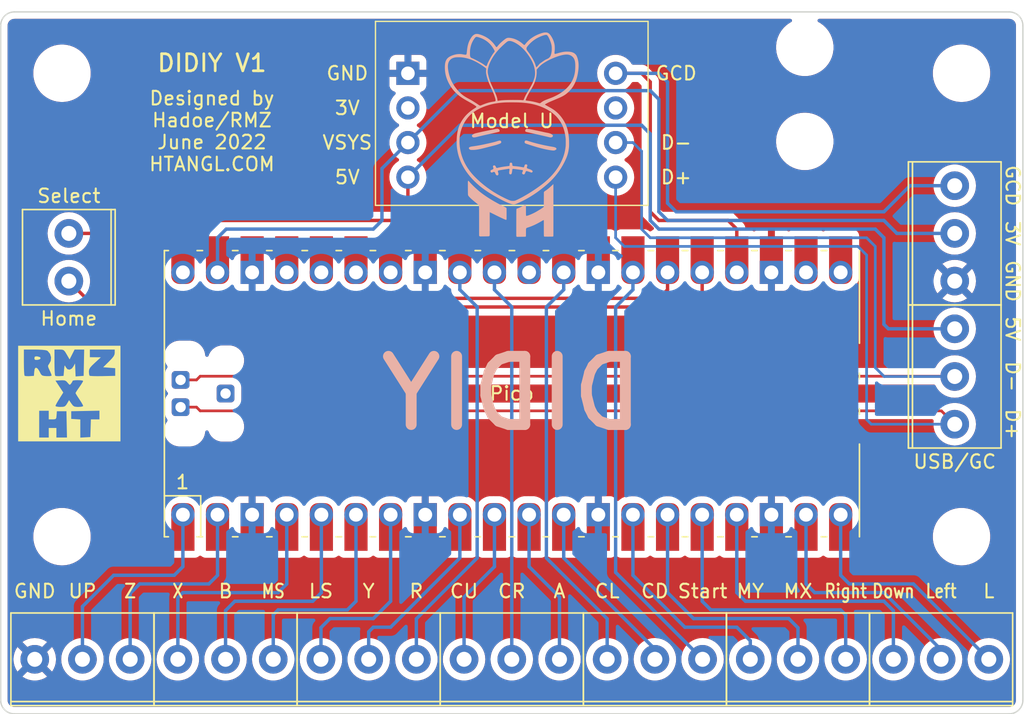
<source format=kicad_pcb>
(kicad_pcb (version 20211014) (generator pcbnew)
  (layers (0 "F.Cu" signal) (31 "B.Cu" signal) (34 "B.Paste" user) (35 "F.Paste" user) (36 "B.SilkS" user "B.Silkscreen") (37 "F.SilkS" user "F.Silkscreen") (38 "B.Mask" user) (39 "F.Mask" user) (44 "Edge.Cuts" user))
  (net 0 "")
  (net 1 "+3V3")
  (net 2 "VSYS")
  (net 3 "GND")
  (net 5 "+5V")
  (net 6 "GCD")
  (net 7 "D-")
  (net 8 "D+")
  (net 9 "L")
  (net 10 "Left")
  (net 11 "Down")
  (net 12 "Right")
  (net 13 "MX")
  (net 14 "MY")
  (net 15 "Start")
  (net 16 "CU")
  (net 17 "CL")
  (net 18 "CD")
  (net 19 "CR")
  (net 20 "A")
  (net 21 "B")
  (net 22 "X")
  (net 23 "Z")
  (net 24 "UP")
  (net 25 "R")
  (net 26 "Y")
  (net 27 "LS")
  (net 28 "MS")
  (net 34 "Home")
  (net 35 "Select")
  (footprint "Didiy:Degson_DG350_1X03_Screw_Terminal" (layer "F.Cu") (at 39 69.5)
    (fp_text reference "J6" hide)
    (fp_text value "Buttons 2" hide)
    (fp_text user "X" (at -3.5 -5 unlocked) (layer "F.SilkS") (effects (font (size 1 0.8))))
    (fp_text user "B" (at 0 -5 unlocked) (layer "F.SilkS"))
    (fp_text user "MS" (at 3.5 -5 unlocked) (layer "F.SilkS") (effects (font (size 1 0.8))))
    (pad "1" thru_hole circle (at -3.5 0) (size 2.1 2.1) (drill 1.1) (layers *.Cu *.Mask) (net 22 "X"))
    (pad "2" thru_hole circle (at 0 0) (size 2.1 2.1) (drill 1.1) (layers *.Cu *.Mask) (net 21 "B"))
    (pad "3" thru_hole circle (at 3.5 0) (size 2.1 2.1) (drill 1.1) (layers *.Cu *.Mask) (net 28 "MS"))
  )
  (footprint "Didiy:Degson_DG350_1X03_Screw_Terminal" (layer "F.Cu") (at 91.5 69.5)
    (fp_text reference "J11" hide)
    (fp_text value "Buttons 7" hide)
    (fp_text user "Down" (at -3.5 -5 unlocked) (layer "F.SilkS") (effects (font (size 1 0.8))))
    (fp_text user "Left" (at 0 -5 unlocked) (layer "F.SilkS") (effects (font (size 1 0.8))))
    (fp_text user "L" (at 3.5 -5 unlocked) (layer "F.SilkS"))
    (pad "1" thru_hole circle (at -3.5 0) (size 2.1 2.1) (drill 1.1) (layers *.Cu *.Mask) (net 11 "Down"))
    (pad "2" thru_hole circle (at 0 0) (size 2.1 2.1) (drill 1.1) (layers *.Cu *.Mask) (net 10 "Left"))
    (pad "3" thru_hole circle (at 3.5 0) (size 2.1 2.1) (drill 1.1) (layers *.Cu *.Mask) (net 9 "L"))
  )
  (footprint "Didiy:Degson_DG350_1X03_Screw_Terminal" (layer "F.Cu") (at 70.5 69.5)
    (fp_text reference "J9" hide)
    (fp_text value "Buttons 5" hide)
    (fp_text user "CL" (at -3.5 -5 unlocked) (layer "F.SilkS"))
    (fp_text user "CD" (at 0 -5 unlocked) (layer "F.SilkS"))
    (fp_text user "Start" (at 3.5 -5 unlocked) (layer "F.SilkS"))
    (pad "1" thru_hole circle (at -3.5 0) (size 2.1 2.1) (drill 1.1) (layers *.Cu *.Mask) (net 17 "CL"))
    (pad "2" thru_hole circle (at 0 0) (size 2.1 2.1) (drill 1.1) (layers *.Cu *.Mask) (net 18 "CD"))
    (pad "3" thru_hole circle (at 3.5 0) (size 2.1 2.1) (drill 1.1) (layers *.Cu *.Mask) (net 15 "Start"))
  )
  (footprint "Pico:RPi_Pico_Removed3Pins" (layer "F.Cu") (at 85.5 60.5 90)
    (fp_text reference "U1" hide)
    (fp_text value "Pico" (at 10.5 -25.5 180) (layer "F.SilkS"))
    (fp_text user "1" (at 4 -49.6565 180) (layer "F.SilkS"))
    (pad "" np_thru_hole oval (at 7.775 -49.5 90) (size 1.3 2) (drill oval 1.3 2) (layers F&B.Cu *.Mask))
    (pad "" np_thru_hole oval (at 13.225 -49.5 90) (size 1.3 2) (drill oval 1.3 2) (layers F&B.Cu *.Mask))
    (pad "" np_thru_hole oval (at 12.925 -46.47 90) (size 1.2 1.65) (drill oval 1.2 1.65) (layers F&B.Cu *.Mask))
    (pad "" np_thru_hole oval (at 8.075 -46.47 90) (size 1.2 1.65) (drill oval 1.2 1.65) (layers F&B.Cu *.Mask))
    (pad "1" smd roundrect (at 1.61 -49.63 90) (size 3.5 1.7) (drill (offset -0.9 0)) (layers "F.Cu" "F.Mask") (roundrect_rratio 0.35) (chamfer_ratio 0) (chamfer top_left bottom_left) (net 24 "UP"))
    (pad "1" thru_hole oval (at 1.61 -49.63 90) (size 1.7 1.7) (drill 1.02) (layers *.Cu *.Mask) (net 24 "UP"))
    (pad "2" smd roundrect (at 1.61 -47.09 90) (size 3.5 1.7) (drill (offset -0.9 0)) (layers "F.Cu" "F.Mask") (roundrect_rratio 0.35) (chamfer_ratio 0) (chamfer top_left bottom_left) (net 23 "Z"))
    (pad "2" thru_hole oval (at 1.61 -47.09 90) (size 1.7 1.7) (drill 1.02) (layers *.Cu *.Mask) (net 23 "Z"))
    (pad "3" smd rect (at 1.61 -44.55 90) (size 3.5 1.7) (drill (offset -0.9 0)) (layers "F.Cu" "F.Mask") (net 3 "GND"))
    (pad "3" thru_hole rect (at 1.61 -44.55 90) (size 1.7 1.7) (drill 1.02) (layers *.Cu *.Mask) (net 3 "GND"))
    (pad "4" thru_hole oval (at 1.61 -42.01 90) (size 1.7 1.7) (drill 1.02) (layers *.Cu *.Mask) (net 22 "X"))
    (pad "4" smd roundrect (at 1.61 -42.01 90) (size 3.5 1.7) (drill (offset -0.9 0)) (layers "F.Cu" "F.Mask") (roundrect_rratio 0.35) (chamfer_ratio 0) (chamfer top_left bottom_left) (net 22 "X"))
    (pad "5" thru_hole oval (at 1.61 -39.47 90) (size 1.7 1.7) (drill 1.02) (layers *.Cu *.Mask) (net 21 "B"))
    (pad "5" smd roundrect (at 1.61 -39.47 90) (size 3.5 1.7) (drill (offset -0.9 0)) (layers "F.Cu" "F.Mask") (roundrect_rratio 0.35) (chamfer_ratio 0) (chamfer top_left bottom_left) (net 21 "B"))
    (pad "6" smd roundrect (at 1.61 -36.93 90) (size 3.5 1.7) (drill (offset -0.9 0)) (layers "F.Cu" "F.Mask") (roundrect_rratio 0.35) (chamfer_ratio 0) (chamfer top_left bottom_left) (net 28 "MS"))
    (pad "6" thru_hole oval (at 1.61 -36.93 90) (size 1.7 1.7) (drill 1.02) (layers *.Cu *.Mask) (net 28 "MS"))
    (pad "7" thru_hole oval (at 1.61 -34.39 90) (size 1.7 1.7) (drill 1.02) (layers *.Cu *.Mask) (net 27 "LS"))
    (pad "7" smd roundrect (at 1.61 -34.39 90) (size 3.5 1.7) (drill (offset -0.9 0)) (layers "F.Cu" "F.Mask") (roundrect_rratio 0.35) (chamfer_ratio 0) (chamfer top_left bottom_left) (net 27 "LS"))
    (pad "8" smd rect (at 1.61 -31.85 90) (size 3.5 1.7) (drill (offset -0.9 0)) (layers "F.Cu" "F.Mask") (net 3 "GND"))
    (pad "8" thru_hole rect (at 1.61 -31.85 90) (size 1.7 1.7) (drill 1.02) (layers *.Cu *.Mask) (net 3 "GND"))
    (pad "9" smd roundrect (at 1.61 -29.31 90) (size 3.5 1.7) (drill (offset -0.9 0)) (layers "F.Cu" "F.Mask") (roundrect_rratio 0.35) (chamfer_ratio 0) (chamfer top_left bottom_left) (net 26 "Y"))
    (pad "9" thru_hole oval (at 1.61 -29.31 90) (size 1.7 1.7) (drill 1.02) (layers *.Cu *.Mask) (net 26 "Y"))
    (pad "10" thru_hole oval (at 1.61 -26.77 90) (size 1.7 1.7) (drill 1.02) (layers *.Cu *.Mask) (net 16 "CU"))
    (pad "10" smd roundrect (at 1.61 -26.77 90) (size 3.5 1.7) (drill (offset -0.9 0)) (layers "F.Cu" "F.Mask") (roundrect_rratio 0.35) (chamfer_ratio 0) (chamfer top_left bottom_left) (net 16 "CU"))
    (pad "11" smd roundrect (at 1.61 -24.23 90) (size 3.5 1.7) (drill (offset -0.9 0)) (layers "F.Cu" "F.Mask") (roundrect_rratio 0.35) (chamfer_ratio 0) (chamfer top_left bottom_left) (net 20 "A"))
    (pad "11" thru_hole oval (at 1.61 -24.23 90) (size 1.7 1.7) (drill 1.02) (layers *.Cu *.Mask) (net 20 "A"))
    (pad "12" smd roundrect (at 1.61 -21.69 90) (size 3.5 1.7) (drill (offset -0.9 0)) (layers "F.Cu" "F.Mask") (roundrect_rratio 0.35) (chamfer_ratio 0) (chamfer top_left bottom_left) (net 18 "CD"))
    (pad "12" thru_hole oval (at 1.61 -21.69 90) (size 1.7 1.7) (drill 1.02) (layers *.Cu *.Mask) (net 18 "CD"))
    (pad "13" thru_hole rect (at 1.61 -19.15 90) (size 1.7 1.7) (drill 1.02) (layers *.Cu *.Mask) (net 3 "GND"))
    (pad "13" smd rect (at 1.61 -19.15 90) (size 3.5 1.7) (drill (offset -0.9 0)) (layers "F.Cu" "F.Mask") (net 3 "GND"))
    (pad "14" smd roundrect (at 1.61 -16.61 90) (size 3.5 1.7) (drill (offset -0.9 0)) (layers "F.Cu" "F.Mask") (roundrect_rratio 0.35) (chamfer_ratio 0) (chamfer top_left bottom_left) (net 14 "MY"))
    (pad "14" thru_hole oval (at 1.61 -16.61 90) (size 1.7 1.7) (drill 1.02) (layers *.Cu *.Mask) (net 14 "MY"))
    (pad "15" smd roundrect (at 1.61 -14.07 90) (size 3.5 1.7) (drill (offset -0.9 0)) (layers "F.Cu" "F.Mask") (roundrect_rratio 0.35) (chamfer_ratio 0) (chamfer top_left bottom_left) (net 13 "MX"))
    (pad "15" thru_hole oval (at 1.61 -14.07 90) (size 1.7 1.7) (drill 1.02) (layers *.Cu *.Mask) (net 13 "MX"))
    (pad "16" smd roundrect (at 1.61 -11.53 90) (size 3.5 1.7) (drill (offset -0.9 0)) (layers "F.Cu" "F.Mask") (roundrect_rratio 0.35) (chamfer_ratio 0) (chamfer top_left bottom_left) (net 12 "Right"))
    (pad "16" thru_hole oval (at 1.61 -11.53 90) (size 1.7 1.7) (drill 1.02) (layers *.Cu *.Mask) (net 12 "Right"))
    (pad "17" thru_hole oval (at 1.61 -8.99 90) (size 1.7 1.7) (drill 1.02) (layers *.Cu *.Mask) (net 11 "Down"))
    (pad "17" smd roundrect (at 1.61 -8.99 90) (size 3.5 1.7) (drill (offset -0.9 0)) (layers "F.Cu" "F.Mask") (roundrect_rratio 0.35) (chamfer_ratio 0) (chamfer top_left bottom_left) (net 11 "Down"))
    (pad "18" thru_hole rect (at 1.61 -6.45 90) (size 1.7 1.7) (drill 1.02) (layers *.Cu *.Mask) (net 3 "GND"))
    (pad "18" smd rect (at 1.61 -6.45 90) (size 3.5 1.7) (drill (offset -0.9 0)) (layers "F.Cu" "F.Mask") (net 3 "GND"))
    (pad "19" thru_hole oval (at 1.61 -3.91 90) (size 1.7 1.7) (drill 1.02) (layers *.Cu *.Mask) (net 10 "Left"))
    (pad "19" smd roundrect (at 1.61 -3.91 90) (size 3.5 1.7) (drill (offset -0.9 0)) (layers "F.Cu" "F.Mask") (roundrect_rratio 0.35) (chamfer_ratio 0) (chamfer top_left bottom_left) (net 10 "Left"))
    (pad "20" smd roundrect (at 1.61 -1.37 90) (size 3.5 1.7) (drill (offset -0.9 0)) (layers "F.Cu" "F.Mask") (roundrect_rratio 0.35) (chamfer_ratio 0) (chamfer top_left bottom_left) (net 9 "L"))
    (pad "20" thru_hole oval (at 1.61 -1.37 90) (size 1.7 1.7) (drill 1.02) (layers *.Cu *.Mask) (net 9 "L"))
    (pad "21" smd roundrect (at 19.39 -1.37 90) (size 3.5 1.7) (drill (offset 0.9 0)) (layers "F.Cu" "F.Mask") (roundrect_rratio 0.35) (chamfer_ratio 0) (chamfer top_right bottom_right))
    (pad "21" thru_hole oval (at 19.39 -1.37 90) (size 1.7 1.7) (drill 1.02) (layers *.Cu *.Mask))
    (pad "22" smd roundrect (at 19.39 -3.91 90) (size 3.5 1.7) (drill (offset 0.9 0)) (layers "F.Cu" "F.Mask") (roundrect_rratio 0.35) (chamfer_ratio 0) (chamfer top_right bottom_right))
    (pad "22" thru_hole oval (at 19.39 -3.91 90) (size 1.7 1.7) (drill 1.02) (layers *.Cu *.Mask))
    (pad "23" smd rect (at 19.39 -6.45 90) (size 3.5 1.7) (drill (offset 0.9 0)) (layers "F.Cu" "F.Mask") (net 3 "GND"))
    (pad "23" thru_hole rect (at 19.39 -6.45 90) (size 1.7 1.7) (drill 1.02) (layers *.Cu *.Mask) (net 3 "GND"))
    (pad "24" smd roundrect (at 19.39 -8.99 90) (size 3.5 1.7) (drill (offset 0.9 0)) (layers "F.Cu" "F.Mask") (roundrect_rratio 0.35) (chamfer_ratio 0) (chamfer top_right bottom_right) (net 6 "GCD"))
    (pad "24" thru_hole oval (at 19.39 -8.99 90) (size 1.7 1.7) (drill 1.02) (layers *.Cu *.Mask) (net 6 "GCD"))
    (pad "25" thru_hole oval (at 19.39 -11.53 90) (size 1.7 1.7) (drill 1.02) (layers *.Cu *.Mask) (net 34 "Home"))
    (pad "25" smd roundrect (at 19.39 -11.53 90) (size 3.5 1.7) (drill (offset 0.9 0)) (layers "F.Cu" "F.Mask") (roundrect_rratio 0.35) (chamfer_ratio 0) (chamfer top_right bottom_right) (net 34 "Home"))
    (pad "26" smd roundrect (at 19.39 -14.07 90) (size 3.5 1.7) (drill (offset 0.9 0)) (layers "F.Cu" "F.Mask") (roundrect_rratio 0.35) (chamfer_ratio 0) (chamfer top_right bottom_right) (net 35 "Select"))
    (pad "26" thru_hole oval (at 19.39 -14.07 90) (size 1.7 1.7) (drill 1.02) (layers *.Cu *.Mask) (net 35 "Select"))
    (pad "27" smd roundrect (at 19.39 -16.61 90) (size 3.5 1.7) (drill (offset 0.9 0)) (layers "F.Cu" "F.Mask") (roundrect_rratio 0.35) (chamfer_ratio 0) (chamfer top_right bottom_right) (net 15 "Start"))
    (pad "27" thru_hole oval (at 19.39 -16.61 90) (size 1.7 1.7) (drill 1.02) (layers *.Cu *.Mask) (net 15 "Start"))
    (pad "28" smd rect (at 19.39 -19.15 90) (size 3.5 1.7) (drill (offset 0.9 0)) (layers "F.Cu" "F.Mask") (net 3 "GND"))
    (pad "28" thru_hole rect (at 19.39 -19.15 90) (size 1.7 1.7) (drill 1.02) (layers *.Cu *.Mask) (net 3 "GND"))
    (pad "29" thru_hole oval (at 19.39 -21.69 90) (size 1.7 1.7) (drill 1.02) (layers *.Cu *.Mask) (net 17 "CL"))
    (pad "29" smd roundrect (at 19.39 -21.69 90) (size 3.5 1.7) (drill (offset 0.9 0)) (layers "F.Cu" "F.Mask") (roundrect_rratio 0.35) (chamfer_ratio 0) (chamfer top_right bottom_right) (net 17 "CL"))
    (pad "30" smd roundrect (at 19.39 -24.23 90) (size 3.5 1.7) (drill (offset 0.9 0)) (layers "F.Cu" "F.Mask") (roundrect_rratio 0.35) (chamfer_ratio 0) (chamfer top_right bottom_right))
    (pad "30" thru_hole oval (at 19.39 -24.23 90) (size 1.7 1.7) (drill 1.02) (layers *.Cu *.Mask))
    (pad "31" smd roundrect (at 19.39 -26.77 90) (size 3.5 1.7) (drill (offset 0.9 0)) (layers "F.Cu" "F.Mask") (roundrect_rratio 0.35) (chamfer_ratio 0) (chamfer top_right bottom_right) (net 19 "CR"))
    (pad "31" thru_hole oval (at 19.39 -26.77 90) (size 1.7 1.7) (drill 1.02) (layers *.Cu *.Mask) (net 19 "CR"))
    (pad "32" smd roundrect (at 19.39 -29.31 90) (size 3.5 1.7) (drill (offset 0.9 0)) (layers "F.Cu" "F.Mask") (roundrect_rratio 0.35) (chamfer_ratio 0) (chamfer top_right bottom_right) (net 25 "R"))
    (pad "32" thru_hole oval (at 19.39 -29.31 90) (size 1.7 1.7) (drill 1.02) (layers *.Cu *.Mask) (net 25 "R"))
    (pad "33" smd rect (at 19.39 -31.85 90) (size 3.5 1.7) (drill (offset 0.9 0)) (layers "F.Cu" "F.Mask") (net 3 "GND"))
    (pad "33" thru_hole rect (at 19.39 -31.85 90) (size 1.7 1.7) (drill 1.02) (layers *.Cu *.Mask) (net 3 "GND"))
    (pad "34" smd roundrect (at 19.39 -34.39 90) (size 3.5 1.7) (drill (offset 0.9 0)) (layers "F.Cu" "F.Mask") (roundrect_rratio 0.35) (chamfer_ratio 0) (chamfer top_right bottom_right))
    (pad "34" thru_hole oval (at 19.39 -34.39 90) (size 1.7 1.7) (drill 1.02) (layers *.Cu *.Mask))
    (pad "35" smd roundrect (at 19.39 -36.93 90) (size 3.5 1.7) (drill (offset 0.9 0)) (layers "F.Cu" "F.Mask") (roundrect_rratio 0.35) (chamfer_ratio 0) (chamfer top_right bottom_right))
    (pad "35" thru_hole oval (at 19.39 -36.93 90) (size 1.7 1.7) (drill 1.02) (layers *.Cu *.Mask))
    (pad "36" smd roundrect (at 19.39 -39.47 90) (size 3.5 1.7) (drill (offset 0.9 0)) (layers "F.Cu" "F.Mask") (roundrect_rratio 0.35) (chamfer_ratio 0) (chamfer top_right bottom_right))
    (pad "36" thru_hole oval (at 19.39 -39.47 90) (size 1.7 1.7) (drill 1.02) (layers *.Cu *.Mask))
    (pad "37" smd roundrect (at 19.39 -42.01 90) (size 3.5 1.7) (drill (offset 0.9 0)) (layers "F.Cu" "F.Mask") (roundrect_rratio 0.35) (chamfer_ratio 0) (chamfer top_right bottom_right))
    (pad "37" thru_hole oval (at 19.39 -42.01 90) (size 1.7 1.7) (drill 1.02) (layers *.Cu *.Mask))
    (pad "38" smd rect (at 19.39 -44.55 90) (size 3.5 1.7) (drill (offset 0.9 0)) (layers "F.Cu" "F.Mask") (net 3 "GND"))
    (pad "38" thru_hole rect (at 19.39 -44.55 90) (size 1.7 1.7) (drill 1.02) (layers *.Cu *.Mask) (net 3 "GND"))
    (pad "39" thru_hole oval (at 19.39 -47.09 90) (size 1.7 1.7) (drill 1.02) (layers *.Cu *.Mask) (net 2 "VSYS"))
    (pad "39" smd roundrect (at 19.39 -47.09 90) (size 3.5 1.7) (drill (offset 0.9 0)) (layers "F.Cu" "F.Mask") (roundrect_rratio 0.35) (chamfer_ratio 0) (chamfer top_right bottom_right) (net 2 "VSYS"))
    (pad "40" smd roundrect (at 19.39 -49.63 90) (size 3.5 1.7) (drill (offset 0.9 0)) (layers "F.Cu" "F.Mask") (roundrect_rratio 0.35) (chamfer_ratio 0) (chamfer top_right bottom_right) (net 5 "+5V"))
    (pad "40" thru_hole oval (at 19.39 -49.63 90) (size 1.7 1.7) (drill 1.02) (layers *.Cu *.Mask) (net 5 "+5V"))
    (pad "44" thru_hole roundrect (at 9.5 -49.8 90) (size 1.3 1.3) (drill 0.762) (layers *.Cu *.Mask) (roundrect_rratio 0.1968507692) (net 8 "D+"))
    (pad "45" thru_hole roundrect (at 11.5 -49.8 90) (size 1.3 1.3) (drill 0.762) (layers *.Cu *.Mask) (roundrect_rratio 0.1968507692) (net 7 "D-"))
    (pad "46" thru_hole roundrect (at 10.5 -46.5 90) (size 1.3 1.3) (drill 0.762) (layers *.Cu *.Mask) (roundrect_rratio 0.1968507692))
  )
  (footprint "Didiy:Degson_DG350_1X02_Screw_Terminal" (layer "F.Cu") (at 27.5 40 90)
    (fp_text reference "J2" hide)
    (fp_text value "Conn_01x02" hide)
    (fp_text user "Select" (at 4.5 0 unlocked) (layer "F.SilkS"))
    (fp_text user "Home" (at -4.5 0 unlocked) (layer "F.SilkS"))
    (pad "1" thru_hole circle (at -1.75 0 90) (size 2.1 2.1) (drill 1.1) (layers *.Cu *.Mask) (net 34 "Home"))
    (pad "2" thru_hole circle (at 1.75 0 90) (size 2.1 2.1) (drill 1.1) (layers *.Cu *.Mask) (net 35 "Select"))
  )
  (footprint "Didiy:Degson_DG350_1X03_Screw_Terminal" (layer "F.Cu") (at 92.5 38.25 -90)
    (fp_text reference "J3" hide)
    (fp_text value "Conn_01x03" hide)
    (fp_text user "3V" (at 0 -4.25 -90 unlocked) (layer "F.SilkS"))
    (fp_text user "GCD" (at -3.5 -4.25 -90 unlocked) (layer "F.SilkS"))
    (fp_text user "GND" (at 3.5 -4.25 -90 unlocked) (layer "F.SilkS"))
    (pad "1" thru_hole circle (at -3.5 0 270) (size 2.1 2.1) (drill 1.1) (layers *.Cu *.Mask) (net 6 "GCD"))
    (pad "2" thru_hole circle (at 0 0 270) (size 2.1 2.1) (drill 1.1) (layers *.Cu *.Mask) (net 2 "VSYS"))
    (pad "3" thru_hole circle (at 3.5 0 270) (size 2.1 2.1) (drill 1.1) (layers *.Cu *.Mask) (net 3 "GND"))
  )
  (footprint "PCBArt:RMZ X HT 6" (layer "F.Cu") (at 27.5 50)
    (fp_text reference "G***" hide)
    (fp_text value "LOGO" hide)
  )
  (footprint "Didiy:Degson_DG350_1X03_Screw_Terminal" (layer "F.Cu") (at 49.5 69.5)
    (fp_text reference "J7" hide)
    (fp_text value "Buttons 3" hide)
    (fp_text user "LS" (at -3.5 -5 unlocked) (layer "F.SilkS"))
    (fp_text user "Y" (at 0 -5 unlocked) (layer "F.SilkS"))
    (fp_text user "R" (at 3.5 -5 unlocked) (layer "F.SilkS"))
    (pad "1" thru_hole circle (at -3.5 0) (size 2.1 2.1) (drill 1.1) (layers *.Cu *.Mask) (net 27 "LS"))
    (pad "2" thru_hole circle (at 0 0) (size 2.1 2.1) (drill 1.1) (layers *.Cu *.Mask) (net 26 "Y"))
    (pad "3" thru_hole circle (at 3.5 0) (size 2.1 2.1) (drill 1.1) (layers *.Cu *.Mask) (net 25 "R"))
  )
  (footprint "Didiy:Degson_DG350_1X03_Screw_Terminal" (layer "F.Cu") (at 28.5 69.5)
    (fp_text reference "J5" hide)
    (fp_text value "Buttons 1" hide)
    (fp_text user "GND" (at -3.5 -5 unlocked) (layer "F.SilkS"))
    (fp_text user "UP" (at 0 -5 unlocked) (layer "F.SilkS"))
    (fp_text user "Z" (at 3.5 -5 unlocked) (layer "F.SilkS") (effects (font (size 1 0.9))))
    (pad "1" thru_hole circle (at -3.5 0) (size 2.1 2.1) (drill 1.1) (layers *.Cu *.Mask) (net 3 "GND"))
    (pad "2" thru_hole circle (at 0 0) (size 2.1 2.1) (drill 1.1) (layers *.Cu *.Mask) (net 24 "UP"))
    (pad "3" thru_hole circle (at 3.5 0) (size 2.1 2.1) (drill 1.1) (layers *.Cu *.Mask) (net 23 "Z"))
  )
  (footprint "MountingHole:MountingHole_3.2mm_M3" (layer "F.Cu") (at 27 60.5)
    (fp_text reference "REF**" hide)
    (fp_text value "MountingHole_3.2mm_M3" hide)
    (pad "" np_thru_hole circle locked (at 0 0) (size 3.2 3.2) (drill 3.2) (layers *.Cu *.Mask))
  )
  (footprint "Didiy:Degson_DG350_1X03_Screw_Terminal" (layer "F.Cu") (at 92.5 48.75 -90)
    (fp_text reference "J4" hide)
    (fp_text value "Conn_01x03" hide)
    (fp_text user "D-" (at 0 -4.25 -90 unlocked) (layer "F.SilkS"))
    (fp_text user "D+" (at 3.5 -4.25 -90 unlocked) (layer "F.SilkS"))
    (fp_text user "5V" (at -3.5 -4.25 -90 unlocked) (layer "F.SilkS"))
    (pad "1" thru_hole circle (at -3.5 0 270) (size 2.1 2.1) (drill 1.1) (layers *.Cu *.Mask) (net 5 "+5V"))
    (pad "2" thru_hole circle (at 0 0 270) (size 2.1 2.1) (drill 1.1) (layers *.Cu *.Mask) (net 7 "D-"))
    (pad "3" thru_hole circle (at 3.5 0 270) (size 2.1 2.1) (drill 1.1) (layers *.Cu *.Mask) (net 8 "D+"))
  )
  (footprint "Didiy:Degson_DG350_1X03_Screw_Terminal" (layer "F.Cu") (at 81 69.5)
    (fp_text reference "J10" hide)
    (fp_text value "Buttons 6" hide)
    (fp_text user "MY" (at -3.5 -5 unlocked) (layer "F.SilkS"))
    (fp_text user "MX" (at 0 -5 unlocked) (layer "F.SilkS"))
    (fp_text user "Right" (at 3.5 -5 unlocked) (layer "F.SilkS") (effects (font (size 1 0.8))))
    (pad "1" thru_hole circle (at -3.5 0) (size 2.1 2.1) (drill 1.1) (layers *.Cu *.Mask) (net 14 "MY"))
    (pad "2" thru_hole circle (at 0 0) (size 2.1 2.1) (drill 1.1) (layers *.Cu *.Mask) (net 13 "MX"))
    (pad "3" thru_hole circle (at 3.5 0) (size 2.1 2.1) (drill 1.1) (layers *.Cu *.Mask) (net 12 "Right"))
  )
  (footprint "MountingHole:MountingHole_3.2mm_M3" (layer "F.Cu") (at 81.5 31.5)
    (fp_text reference "REF**" hide)
    (fp_text value "MountingHole_3.2mm_M3" hide)
    (pad "" np_thru_hole circle locked (at 0 0) (size 3.2 3.2) (drill 3.2) (layers *.Cu *.Mask))
  )
  (footprint "MountingHole:MountingHole_3.2mm_M3" (layer "F.Cu") (at 27 26.5)
    (fp_text reference "REF**" hide)
    (fp_text value "MountingHole_3.2mm_M3" hide)
    (pad "" np_thru_hole circle locked (at 0 0) (size 3.2 3.2) (drill 3.2) (layers *.Cu *.Mask))
  )
  (footprint "MountingHole:MountingHole_3.2mm_M3" (layer "F.Cu") (at 81.5 24.6)
    (fp_text reference "REF**" hide)
    (fp_text value "MountingHole_3.2mm_M3" hide)
    (pad "" np_thru_hole circle locked (at 0 0) (size 3.2 3.2) (drill 3.2) (layers *.Cu *.Mask))
  )
  (footprint "MountingHole:MountingHole_3.2mm_M3" (layer "F.Cu") (at 93 60.5)
    (fp_text reference "REF**" hide)
    (fp_text value "MountingHole_3.2mm_M3" hide)
    (pad "" np_thru_hole circle locked (at 0 0) (size 3.2 3.2) (drill 3.2) (layers *.Cu *.Mask))
  )
  (footprint "MountingHole:MountingHole_3.2mm_M3" (layer "F.Cu") (at 93 26.5)
    (fp_text reference "REF**" hide)
    (fp_text value "MountingHole_3.2mm_M3" hide)
    (pad "" np_thru_hole circle locked (at 0 0) (size 3.2 3.2) (drill 3.2) (layers *.Cu *.Mask))
  )
  (footprint "Didiy:Degson_DG350_1X03_Screw_Terminal" (layer "F.Cu") (at 60 69.5)
    (fp_text reference "J8" hide)
    (fp_text value "Buttons 4" hide)
    (fp_text user "CU" (at -3.5 -5 unlocked) (layer "F.SilkS"))
    (fp_text user "CR" (at 0 -5 unlocked) (layer "F.SilkS"))
    (fp_text user "A" (at 3.5 -5 unlocked) (layer "F.SilkS"))
    (pad "1" thru_hole circle (at -3.5 0) (size 2.1 2.1) (drill 1.1) (layers *.Cu *.Mask) (net 16 "CU"))
    (pad "2" thru_hole circle (at 0 0) (size 2.1 2.1) (drill 1.1) (layers *.Cu *.Mask) (net 19 "CR"))
    (pad "3" thru_hole circle (at 3.5 0) (size 2.1 2.1) (drill 1.1) (layers *.Cu *.Mask) (net 20 "A"))
  )
  (footprint "HTangl:HTurnip_Small" (layer "B.Cu") (at 60 31 180)
    (fp_text reference "G***" hide)
    (fp_text value "LOGO" hide)
  )
  (footprint "PCBArt:RMZ X HT 4" (layer "B.Cu") (at 38.25 29.5 180)
    (fp_text reference "G***" hide)
    (fp_text value "LOGO" hide)
  )
  (footprint "HTangl:Model_UD_Header" (layer "B.Cu") (at 67.62 26.505 180)
    (fp_text reference "J1" hide)
    (fp_text value "Model U" (at 7.62 -3.495 unlocked) (layer "F.SilkS"))
    (fp_text user "VSYS" (at 19.685 -5.08 unlocked) (layer "F.SilkS"))
    (fp_text user "GCD" (at -4.445 0 unlocked) (layer "F.SilkS"))
    (fp_text user "5V" (at 19.685 -7.62 unlocked) (layer "F.SilkS"))
    (fp_text user "3V" (at 19.685 -2.54 unlocked) (layer "F.SilkS"))
    (fp_text user "D+" (at -4.445 -7.62 unlocked) (layer "F.SilkS"))
    (fp_text user "D-" (at -4.445 -5.08 unlocked) (layer "F.SilkS"))
    (fp_text user "GND" (at 19.685 0 unlocked) (layer "F.SilkS"))
    (pad "1" thru_hole rect (at 15.24 0 180) (size 1.7 1.7) (drill 1) (layers *.Cu *.Mask) (net 3 "GND"))
    (pad "2" thru_hole circle (at 15.24 -2.54 180) (size 1.7 1.7) (drill 1) (layers *.Cu *.Mask) (net 1 "+3V3"))
    (pad "3" thru_hole circle (at 15.24 -5.08 180) (size 1.7 1.7) (drill 1) (layers *.Cu *.Mask) (net 2 "VSYS"))
    (pad "4" thru_hole circle (at 15.24 -7.62 180) (size 1.7 1.7) (drill 1) (layers *.Cu *.Mask) (net 5 "+5V"))
    (pad "5" thru_hole circle (at 0 0 180) (size 1.7 1.7) (drill 1) (layers *.Cu *.Mask) (net 6 "GCD"))
    (pad "6" thru_hole circle (at 0 -2.54 180) (size 1.7 1.7) (drill 1) (layers *.Cu *.Mask))
    (pad "7" thru_hole circle (at 0 -5.08 180) (size 1.7 1.7) (drill 1) (layers *.Cu *.Mask) (net 7 "D-"))
    (pad "8" thru_hole circle (at 0 -7.62 180) (size 1.7 1.7) (drill 1) (layers *.Cu *.Mask) (net 8 "D+"))
  )
  (gr_arc (start 97.5 72.5) (mid 97.207107 73.207107) (end 96.5 73.5) (layer "Edge.Cuts") (width 0.1))
  (gr_arc (start 23.5 73.5) (mid 22.792893 73.207107) (end 22.5 72.5) (layer "Edge.Cuts") (width 0.1))
  (gr_line (start 22.5 72.5) (end 22.5 23) (layer "Edge.Cuts") (width 0.1))
  (gr_line (start 97.5 23) (end 97.5 72.5) (layer "Edge.Cuts") (width 0.1))
  (gr_arc (start 96.5 22) (mid 97.207107 22.292893) (end 97.5 23) (layer "Edge.Cuts") (width 0.1))
  (gr_arc (start 22.5 23) (mid 22.792893 22.292893) (end 23.5 22) (layer "Edge.Cuts") (width 0.1))
  (gr_line (start 23.5 22) (end 96.5 22) (layer "Edge.Cuts") (width 0.1))
  (gr_line (start 96.5 73.5) (end 23.5 73.5) (layer "Edge.Cuts") (width 0.1))
  (gr_text "DIDIY" (at 60 50) (layer "B.SilkS") (effects (font (size 5 5) (thickness 0.8)) (justify mirror)))
  (gr_text "Designed by\nHadoe/RMZ\nJune 2022\nHTANGL.COM" (at 38 30.75) (layer "F.SilkS") (effects (font (size 1 1))))
  (gr_text "USB/GC" (at 92.5 55) (layer "F.SilkS") (effects (font (size 1 1))))
  (gr_text "DIDIY V1" (at 38 25.75) (layer "F.SilkS") (effects (font (size 1.25 1.25) (thickness 0.2))))
  (segment (start 39.045 37.935) (end 38.41 38.57) (width 0.25) (layer "B.Cu") (net 2))
  (segment (start 50.475 37.3) (end 49.84 37.935) (width 0.25) (layer "B.Cu") (net 2))
  (segment (start 87.305 37.3) (end 88.255 38.25) (width 0.25) (layer "B.Cu") (net 2))
  (segment (start 70.795 28.41) (end 70.795 36.665) (width 0.25) (layer "B.Cu") (net 2))
  (segment (start 70.795 36.665) (end 71.43 37.3) (width 0.25) (layer "B.Cu") (net 2))
  (segment (start 38.41 38.57) (end 38.41 41.11) (width 0.25) (layer "B.Cu") (net 2))
  (segment (start 49.84 37.935) (end 39.045 37.935) (width 0.25) (layer "B.Cu") (net 2))
  (segment (start 70.16 27.775) (end 70.795 28.41) (width 0.25) (layer "B.Cu") (net 2))
  (segment (start 56.19 27.775) (end 52.38 31.585) (width 0.25) (layer "B.Cu") (net 2))
  (segment (start 50.475 33.49) (end 50.475 37.3) (width 0.25) (layer "B.Cu") (net 2))
  (segment (start 71.43 37.3) (end 87.305 37.3) (width 0.25) (layer "B.Cu") (net 2))
  (segment (start 56.19 27.775) (end 70.16 27.775) (width 0.25) (layer "B.Cu") (net 2))
  (segment (start 52.38 31.585) (end 50.475 33.49) (width 0.25) (layer "B.Cu") (net 2))
  (segment (start 88.255 38.25) (end 92.5 38.25) (width 0.25) (layer "B.Cu") (net 2))
  (segment (start 52.38 36.665) (end 51.745 37.3) (width 0.25) (layer "F.Cu") (net 5))
  (segment (start 52.38 34.125) (end 52.38 36.665) (width 0.25) (layer "F.Cu") (net 5))
  (segment (start 51.745 37.3) (end 36.505 37.3) (width 0.25) (layer "F.Cu") (net 5))
  (segment (start 35.87 37.935) (end 35.87 41.11) (width 0.25) (layer "F.Cu") (net 5))
  (segment (start 36.505 37.3) (end 35.87 37.935) (width 0.25) (layer "F.Cu") (net 5))
  (segment (start 86.67 37.935) (end 87.305 38.57) (width 0.25) (layer "B.Cu") (net 5))
  (segment (start 69.525 30.315) (end 70.16 30.95) (width 0.25) (layer "B.Cu") (net 5))
  (segment (start 56.19 30.315) (end 69.525 30.315) (width 0.25) (layer "B.Cu") (net 5))
  (segment (start 87.305 38.57) (end 87.305 44.92) (width 0.25) (layer "B.Cu") (net 5))
  (segment (start 87.635 45.25) (end 92.5 45.25) (width 0.25) (layer "B.Cu") (net 5))
  (segment (start 70.795 37.935) (end 86.67 37.935) (width 0.25) (layer "B.Cu") (net 5))
  (segment (start 87.305 44.92) (end 87.635 45.25) (width 0.25) (layer "B.Cu") (net 5))
  (segment (start 52.38 34.125) (end 56.19 30.315) (width 0.25) (layer "B.Cu") (net 5))
  (segment (start 70.16 37.3) (end 70.795 37.935) (width 0.25) (layer "B.Cu") (net 5))
  (segment (start 70.16 30.95) (end 70.16 37.3) (width 0.25) (layer "B.Cu") (net 5))
  (segment (start 75.875 37.3) (end 76.51 37.935) (width 0.25) (layer "F.Cu") (net 6))
  (segment (start 67.62 26.505) (end 69.525 26.505) (width 0.25) (layer "F.Cu") (net 6))
  (segment (start 69.525 26.505) (end 70.16 27.14) (width 0.25) (layer "F.Cu") (net 6))
  (segment (start 70.16 27.14) (end 70.16 36.665) (width 0.25) (layer "F.Cu") (net 6))
  (segment (start 76.51 37.935) (end 76.51 41.11) (width 0.25) (layer "F.Cu") (net 6))
  (segment (start 70.16 36.665) (end 70.795 37.3) (width 0.25) (layer "F.Cu") (net 6))
  (segment (start 70.795 37.3) (end 75.875 37.3) (width 0.25) (layer "F.Cu") (net 6))
  (segment (start 71.43 36.03) (end 72.065 36.665) (width 0.25) (layer "B.Cu") (net 6))
  (segment (start 70.795 26.505) (end 71.43 27.14) (width 0.25) (layer "B.Cu") (net 6))
  (segment (start 87.305 36.665) (end 89.22 34.75) (width 0.25) (layer "B.Cu") (net 6))
  (segment (start 71.43 27.14) (end 71.43 36.03) (width 0.25) (layer "B.Cu") (net 6))
  (segment (start 72.065 36.665) (end 87.305 36.665) (width 0.25) (layer "B.Cu") (net 6))
  (segment (start 67.62 26.505) (end 70.795 26.505) (width 0.25) (layer "B.Cu") (net 6))
  (segment (start 89.22 34.75) (end 92.5 34.75) (width 0.25) (layer "B.Cu") (net 6))
  (segment (start 35.7 49) (end 36.87 49) (width 0.2) (layer "F.Cu") (net 7))
  (segment (start 92.48 48.73) (end 92.5 48.75) (width 0.2) (layer "F.Cu") (net 7))
  (segment (start 37.14 48.73) (end 92.48 48.73) (width 0.2) (layer "F.Cu") (net 7))
  (segment (start 36.87 49) (end 37.14 48.73) (width 0.2) (layer "F.Cu") (net 7))
  (segment (start 70.16 38.57) (end 86.035 38.57) (width 0.2) (layer "B.Cu") (net 7))
  (segment (start 69.525 32.22) (end 69.525 37.935) (width 0.2) (layer "B.Cu") (net 7))
  (segment (start 86.67 48.095) (end 87.325 48.75) (width 0.2) (layer "B.Cu") (net 7))
  (segment (start 87.325 48.75) (end 92.5 48.75) (width 0.2) (layer "B.Cu") (net 7))
  (segment (start 67.62 31.585) (end 68.89 31.585) (width 0.2) (layer "B.Cu") (net 7))
  (segment (start 86.035 38.57) (end 86.67 39.205) (width 0.2) (layer "B.Cu") (net 7))
  (segment (start 69.525 37.935) (end 70.16 38.57) (width 0.2) (layer "B.Cu") (net 7))
  (segment (start 68.89 31.585) (end 69.525 32.22) (width 0.2) (layer "B.Cu") (net 7))
  (segment (start 86.67 39.205) (end 86.67 48.095) (width 0.2) (layer "B.Cu") (net 7))
  (segment (start 35.7 51) (end 36.87 51) (width 0.2) (layer "F.Cu") (net 8))
  (segment (start 36.87 51) (end 37.14 51.27) (width 0.2) (layer "F.Cu") (net 8))
  (segment (start 37.14 51.27) (end 91.52 51.27) (width 0.2) (layer "F.Cu") (net 8))
  (segment (start 91.52 51.27) (end 92.5 52.25) (width 0.2) (layer "F.Cu") (net 8))
  (segment (start 86.035 39.84) (end 86.035 51.905) (width 0.2) (layer "B.Cu") (net 8))
  (segment (start 67.62 38.57) (end 68.255 39.205) (width 0.2) (layer "B.Cu") (net 8))
  (segment (start 86.035 51.905) (end 86.38 52.25) (width 0.2) (layer "B.Cu") (net 8))
  (segment (start 85.4 39.205) (end 86.035 39.84) (width 0.2) (layer "B.Cu") (net 8))
  (segment (start 68.255 39.205) (end 85.4 39.205) (width 0.2) (layer "B.Cu") (net 8))
  (segment (start 67.62 34.125) (end 67.62 38.57) (width 0.2) (layer "B.Cu") (net 8))
  (segment (start 86.38 52.25) (end 92.5 52.25) (width 0.2) (layer "B.Cu") (net 8))
  (segment (start 84.13 58.89) (end 84.13 63.335) (width 0.25) (layer "B.Cu") (net 9))
  (segment (start 89.47 63.97) (end 95 69.5) (width 0.25) (layer "B.Cu") (net 9))
  (segment (start 84.13 63.335) (end 84.765 63.97) (width 0.25) (layer "B.Cu") (net 9))
  (segment (start 84.765 63.97) (end 89.47 63.97) (width 0.25) (layer "B.Cu") (net 9))
  (segment (start 82.225 64.605) (end 87.305718 64.605) (width 0.25) (layer "B.Cu") (net 10))
  (segment (start 87.305718 64.605) (end 91.5 68.799282) (width 0.25) (layer "B.Cu") (net 10))
  (segment (start 91.5 68.799282) (end 91.5 69.5) (width 0.25) (layer "B.Cu") (net 10))
  (segment (start 81.59 63.97) (end 82.225 64.605) (width 0.25) (layer "B.Cu") (net 10))
  (segment (start 81.59 58.89) (end 81.59 63.97) (width 0.25) (layer "B.Cu") (net 10))
  (segment (start 87.305 65.24) (end 88 65.935) (width 0.25) (layer "B.Cu") (net 11))
  (segment (start 76.51 58.89) (end 76.51 64.605) (width 0.25) (layer "B.Cu") (net 11))
  (segment (start 76.51 64.605) (end 77.145 65.24) (width 0.25) (layer "B.Cu") (net 11))
  (segment (start 77.145 65.24) (end 87.305 65.24) (width 0.25) (layer "B.Cu") (net 11))
  (segment (start 88 65.935) (end 88 69.5) (width 0.25) (layer "B.Cu") (net 11))
  (segment (start 74.605 65.875) (end 84.13 65.875) (width 0.25) (layer "B.Cu") (net 12))
  (segment (start 73.97 65.24) (end 74.605 65.875) (width 0.25) (layer "B.Cu") (net 12))
  (segment (start 84.5 66.245) (end 84.5 69.5) (width 0.25) (layer "B.Cu") (net 12))
  (segment (start 73.97 58.89) (end 73.97 65.24) (width 0.25) (layer "B.Cu") (net 12))
  (segment (start 84.13 65.875) (end 84.5 66.245) (width 0.25) (layer "B.Cu") (net 12))
  (segment (start 80.32 66.51) (end 81 67.19) (width 0.25) (layer "B.Cu") (net 13))
  (segment (start 81 67.19) (end 81 69.5) (width 0.25) (layer "B.Cu") (net 13))
  (segment (start 73.335 66.51) (end 80.32 66.51) (width 0.25) (layer "B.Cu") (net 13))
  (segment (start 71.43 58.89) (end 71.43 64.605) (width 0.25) (layer "B.Cu") (net 13))
  (segment (start 71.43 64.605) (end 73.335 66.51) (width 0.25) (layer "B.Cu") (net 13))
  (segment (start 77.5 68.135) (end 77.5 69.5) (width 0.25) (layer "B.Cu") (net 14))
  (segment (start 76.51 67.145) (end 77.5 68.135) (width 0.25) (layer "B.Cu") (net 14))
  (segment (start 68.89 63.335) (end 72.7 67.145) (width 0.25) (layer "B.Cu") (net 14))
  (segment (start 72.7 67.145) (end 76.51 67.145) (width 0.25) (layer "B.Cu") (net 14))
  (segment (start 68.89 58.89) (end 68.89 63.335) (width 0.25) (layer "B.Cu") (net 14))
  (segment (start 74 69.5) (end 67.62 63.12) (width 0.25) (layer "B.Cu") (net 15))
  (segment (start 67.62 63.12) (end 67.62 43.65) (width 0.25) (layer "B.Cu") (net 15))
  (segment (start 68.89 42.38) (end 68.89 41.11) (width 0.25) (layer "B.Cu") (net 15))
  (segment (start 67.62 43.65) (end 68.89 42.38) (width 0.25) (layer "B.Cu") (net 15))
  (segment (start 58.73 62.7) (end 58.73 58.89) (width 0.25) (layer "B.Cu") (net 16))
  (segment (start 56.5 64.93) (end 58.73 62.7) (width 0.25) (layer "B.Cu") (net 16))
  (segment (start 56.5 69.5) (end 56.5 64.93) (width 0.25) (layer "B.Cu") (net 16))
  (segment (start 67 66.525) (end 62.54 62.065) (width 0.25) (layer "B.Cu") (net 17))
  (segment (start 67 69.5) (end 67 66.525) (width 0.25) (layer "B.Cu") (net 17))
  (segment (start 63.81 42.38) (end 63.81 41.11) (width 0.25) (layer "B.Cu") (net 17))
  (segment (start 62.54 43.65) (end 63.81 42.38) (width 0.25) (layer "B.Cu") (net 17))
  (segment (start 62.54 62.065) (end 62.54 43.65) (width 0.25) (layer "B.Cu") (net 17))
  (segment (start 63.81 62.065) (end 63.81 58.89) (width 0.25) (layer "B.Cu") (net 18))
  (segment (start 70.5 68.755) (end 63.81 62.065) (width 0.25) (layer "B.Cu") (net 18))
  (segment (start 70.5 69.5) (end 70.5 68.755) (width 0.25) (layer "B.Cu") (net 18))
  (segment (start 60 43.65) (end 58.73 42.38) (width 0.25) (layer "B.Cu") (net 19))
  (segment (start 60 69.5) (end 60 43.65) (width 0.25) (layer "B.Cu") (net 19))
  (segment (start 58.73 42.38) (end 58.73 41.11) (width 0.25) (layer "B.Cu") (net 19))
  (segment (start 61.27 62.7) (end 61.27 58.89) (width 0.25) (layer "B.Cu") (net 20))
  (segment (start 63.5 69.5) (end 63.5 64.93) (width 0.25) (layer "B.Cu") (net 20))
  (segment (start 63.5 64.93) (end 61.27 62.7) (width 0.25) (layer "B.Cu") (net 20))
  (segment (start 45.395 65.24) (end 39.68 65.24) (width 0.25) (layer "B.Cu") (net 21))
  (segment (start 46.03 64.605) (end 45.395 65.24) (width 0.25) (layer "B.Cu") (net 21))
  (segment (start 39 65.92) (end 39 69.5) (width 0.25) (layer "B.Cu") (net 21))
  (segment (start 39.68 65.24) (end 39 65.92) (width 0.25) (layer "B.Cu") (net 21))
  (segment (start 46.03 58.89) (end 46.03 64.605) (width 0.25) (layer "B.Cu") (net 21))
  (segment (start 43.49 63.97) (end 42.855 64.605) (width 0.25) (layer "B.Cu") (net 22))
  (segment (start 43.49 58.89) (end 43.49 63.97) (width 0.25) (layer "B.Cu") (net 22))
  (segment (start 35.87 64.605) (end 35.5 64.975) (width 0.25) (layer "B.Cu") (net 22))
  (segment (start 42.855 64.605) (end 35.87 64.605) (width 0.25) (layer "B.Cu") (net 22))
  (segment (start 35.5 64.975) (end 35.5 69.5) (width 0.25) (layer "B.Cu") (net 22))
  (segment (start 32.695 63.97) (end 32 64.665) (width 0.25) (layer "B.Cu") (net 23))
  (segment (start 38.41 63.335) (end 37.775 63.97) (width 0.25) (layer "B.Cu") (net 23))
  (segment (start 38.41 58.89) (end 38.41 63.335) (width 0.25) (layer "B.Cu") (net 23))
  (segment (start 32 64.665) (end 32 69.5) (width 0.25) (layer "B.Cu") (net 23))
  (segment (start 37.775 63.97) (end 32.695 63.97) (width 0.25) (layer "B.Cu") (net 23))
  (segment (start 28.5 65.625) (end 28.5 69.5) (width 0.25) (layer "B.Cu") (net 24))
  (segment (start 35.87 62.7) (end 35.235 63.335) (width 0.25) (layer "B.Cu") (net 24))
  (segment (start 35.87 58.89) (end 35.87 62.7) (width 0.25) (layer "B.Cu") (net 24))
  (segment (start 30.79 63.335) (end 28.5 65.625) (width 0.25) (layer "B.Cu") (net 24))
  (segment (start 35.235 63.335) (end 30.79 63.335) (width 0.25) (layer "B.Cu") (net 24))
  (segment (start 56.19 42.38) (end 56.19 41.11) (width 0.25) (layer "B.Cu") (net 25))
  (segment (start 53 69.5) (end 53 66.525) (width 0.25) (layer "B.Cu") (net 25))
  (segment (start 57.46 62.065) (end 57.46 43.65) (width 0.25) (layer "B.Cu") (net 25))
  (segment (start 57.46 43.65) (end 56.19 42.38) (width 0.25) (layer "B.Cu") (net 25))
  (segment (start 53 66.525) (end 57.46 62.065) (width 0.25) (layer "B.Cu") (net 25))
  (segment (start 51.11 67.145) (end 49.84 67.145) (width 0.25) (layer "B.Cu") (net 26))
  (segment (start 56.19 58.89) (end 56.19 62.065) (width 0.25) (layer "B.Cu") (net 26))
  (segment (start 49.5 67.485) (end 49.5 69.5) (width 0.25) (layer "B.Cu") (net 26))
  (segment (start 56.19 62.065) (end 51.11 67.145) (width 0.25) (layer "B.Cu") (net 26))
  (segment (start 49.84 67.145) (end 49.5 67.485) (width 0.25) (layer "B.Cu") (net 26))
  (segment (start 46 67.175) (end 46 69.5) (width 0.25) (layer "B.Cu") (net 27))
  (segment (start 51.11 58.89) (end 51.11 65.24) (width 0.25) (layer "B.Cu") (net 27))
  (segment (start 49.84 66.51) (end 46.665 66.51) (width 0.25) (layer "B.Cu") (net 27))
  (segment (start 46.665 66.51) (end 46 67.175) (width 0.25) (layer "B.Cu") (net 27))
  (segment (start 51.11 65.24) (end 49.84 66.51) (width 0.25) (layer "B.Cu") (net 27))
  (segment (start 47.935 65.875) (end 42.855 65.875) (width 0.25) (layer "B.Cu") (net 28))
  (segment (start 42.855 65.875) (end 42.5 66.23) (width 0.25) (layer "B.Cu") (net 28))
  (segment (start 48.57 58.89) (end 48.57 65.24) (width 0.25) (layer "B.Cu") (net 28))
  (segment (start 48.57 65.24) (end 47.935 65.875) (width 0.25) (layer "B.Cu") (net 28))
  (segment (start 42.5 66.23) (end 42.5 69.5) (width 0.25) (layer "B.Cu") (net 28))
  (segment (start 27.5 41.75) (end 29.4 43.65) (width 0.25) (layer "F.Cu") (net 34))
  (segment (start 29.4 43.65) (end 73.335 43.65) (width 0.25) (layer "F.Cu") (net 34))
  (segment (start 73.97 43.015) (end 73.97 41.11) (width 0.25) (layer "F.Cu") (net 34))
  (segment (start 73.335 43.65) (end 73.97 43.015) (width 0.25) (layer "F.Cu") (net 34))
  (segment (start 71.43 42.38) (end 70.795 43.015) (width 0.25) (layer "F.Cu") (net 35))
  (segment (start 70.795 43.015) (end 30.79 43.015) (width 0.25) (layer "F.Cu") (net 35))
  (segment (start 71.43 41.11) (end 71.43 42.38) (width 0.25) (layer "F.Cu") (net 35))
  (segment (start 29.835 38.25) (end 27.5 38.25) (width 0.25) (layer "F.Cu") (net 35))
  (segment (start 30.155 38.57) (end 29.835 38.25) (width 0.25) (layer "F.Cu") (net 35))
  (segment (start 30.155 42.38) (end 30.155 38.57) (width 0.25) (layer "F.Cu") (net 35))
  (segment (start 30.79 43.015) (end 30.155 42.38) (width 0.25) (layer "F.Cu") (net 35))
  (zone (net 3) (net_name "GND") (layers F&B.Cu) (connect_pads (clearance 0.508)) (min_thickness 0.254) (fill yes (thermal_gap 0.508) (thermal_bridge_width 0.508))
    (polygon (pts (xy 97.5 73.5) (xy 22.5 73.5) (xy 22.5 22) (xy 97.5 22)))
  )
)
</source>
